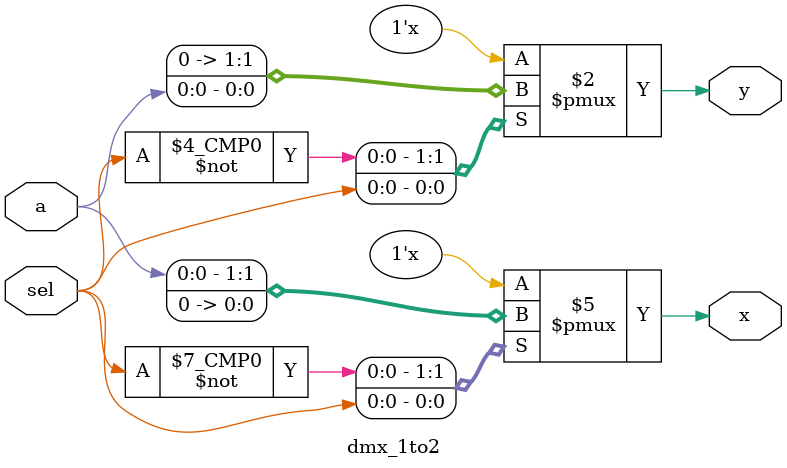
<source format=sv>
module dmx_1to2 (
    input logic a,      // вхід
    input logic sel,    // керуючий сигнал
    output logic x,     // перший вихід
    output logic y      // другий вихід
);
    always_comb 
    begin
        case (sel)
            1'b0: 
            begin
                x = a;
                y = 0;
            end
            1'b1: 
            begin
                x = 0;
                y = a;
            end
            default: 
            begin
                x = 0;
                y = 0;
            end
        endcase
    end
endmodule
</source>
